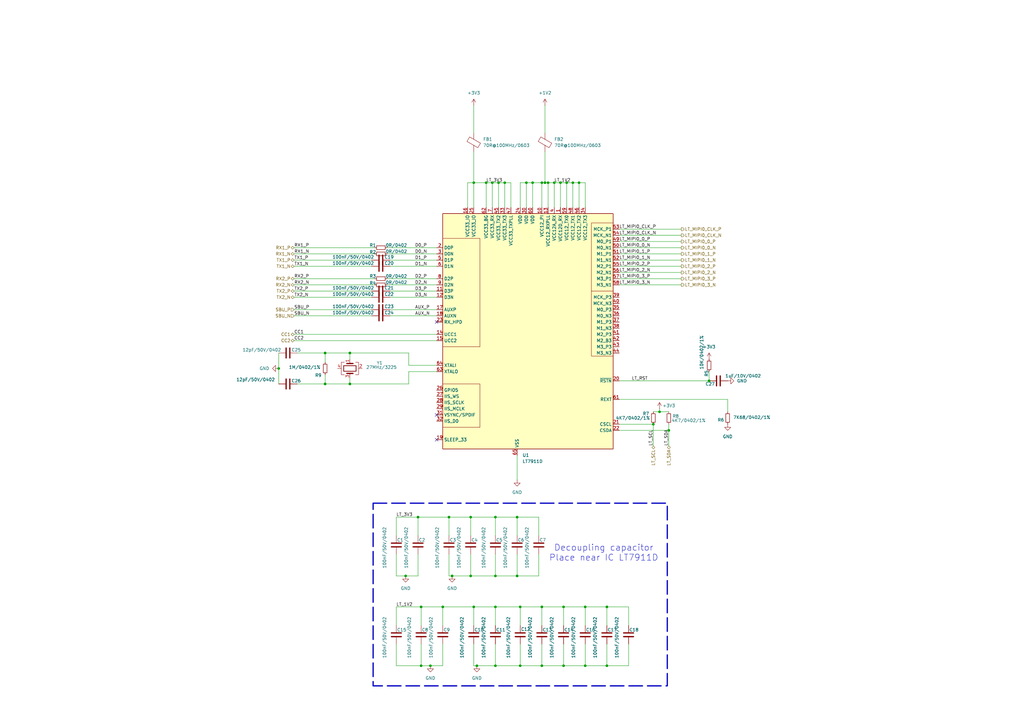
<source format=kicad_sch>
(kicad_sch (version 20231120) (generator "eeschema") (generator_version "8.0")
  (paper "A3")
  (lib_symbols
    (symbol "Device:C" (pin_numbers hide) (pin_names (offset 0.254))
      (property "Reference" "C" (at 0.635 2.54 0))
      (property "Value" "C" (at 0.635 -2.54 0))
      (symbol "C_0_1"
        (polyline (pts (xy -2.032 -0.762) (xy 2.032 -0.762)) (stroke (width 0.508)))
        (polyline (pts (xy -2.032 0.762) (xy 2.032 0.762)) (stroke (width 0.508)))
      )
      (symbol "C_1_1"
        (pin passive line (at 0 3.81 270) (length 2.794) (name "~") (number "1"))
        (pin passive line (at 0 -3.81 90) (length 2.794) (name "~") (number "2"))
      )
    )
    (symbol "Device:Crystal_GND24" (pin_names (offset 1.016) hide)
      (property "Reference" "Y" (at 3.175 5.08 0))
      (property "Value" "Crystal_GND24" (at 3.175 3.175 0))
      (symbol "Crystal_GND24_0_1"
        (rectangle (start -1.143 2.54) (end 1.143 -2.54) (stroke (width 0.3048)))
        (polyline (pts (xy -2.54 0) (xy -2.032 0)))
        (polyline (pts (xy -2.032 -1.27) (xy -2.032 1.27)) (stroke (width 0.508)))
        (polyline (pts (xy 0 -3.81) (xy 0 -3.556)))
        (polyline (pts (xy 0 3.556) (xy 0 3.81)))
        (polyline (pts (xy 2.032 -1.27) (xy 2.032 1.27)) (stroke (width 0.508)))
        (polyline (pts (xy 2.032 0) (xy 2.54 0)))
        (polyline (pts (xy -2.54 -2.286) (xy -2.54 -3.556) (xy 2.54 -3.556) (xy 2.54 -2.286)))
        (polyline (pts (xy -2.54 2.286) (xy -2.54 3.556) (xy 2.54 3.556) (xy 2.54 2.286)))
      )
      (symbol "Crystal_GND24_1_1"
        (pin passive line (at -3.81 0 0) (length 1.27) (name "1") (number "1"))
        (pin passive line (at 0 5.08 270) (length 1.27) (name "2") (number "2"))
        (pin passive line (at 3.81 0 180) (length 1.27) (name "3") (number "3"))
        (pin passive line (at 0 -5.08 90) (length 1.27) (name "4") (number "4"))
      )
    )
    (symbol "Device:FerriteBead" (pin_numbers hide) (pin_names (offset 0))
      (property "Reference" "FB" (at -3.81 0.635 90))
      (property "Value" "FerriteBead" (at 3.81 0 90))
      (symbol "FerriteBead_0_1"
        (polyline (pts (xy 0 -1.27) (xy 0 -1.2192)))
        (polyline (pts (xy 0 1.27) (xy 0 1.2954)))
        (polyline (pts (xy -2.7686 0.4064) (xy -1.7018 2.2606) (xy 2.7686 -0.3048) (xy 1.6764 -2.159) (xy -2.7686 0.4064)))
      )
      (symbol "FerriteBead_1_1"
        (pin passive line (at 0 3.81 270) (length 2.54) (name "~") (number "1"))
        (pin passive line (at 0 -3.81 90) (length 2.54) (name "~") (number "2"))
      )
    )
    (symbol "Device:R_Small" (pin_numbers hide) (pin_names (offset 0.254) hide)
      (property "Reference" "R" (at 0.762 0.508 0))
      (property "Value" "R_Small" (at 0.762 -1.016 0))
      (symbol "R_Small_0_1"
        (rectangle (start -0.762 1.778) (end 0.762 -1.778) (stroke (width 0.2032)))
      )
      (symbol "R_Small_1_1"
        (pin passive line (at 0 2.54 270) (length 0.762) (name "~") (number "1"))
        (pin passive line (at 0 -2.54 90) (length 0.762) (name "~") (number "2"))
      )
    )
    (symbol "USBCtoMIPI:LT7911D"
      (property "Reference" "U" (at -30.48 49.53 0))
      (property "Value" "LT7911D" (at 40.64 50.292 0))
      (symbol "LT7911D_0_1"
        (rectangle (start -30.48 48.26) (end 39.37 -48.26) (stroke (width 0.254)) (fill (type background)))
        (polyline (pts (xy 39.37 16.51) (xy 30.48 16.51)))
        (polyline (pts (xy -30.48 -21.59) (xy -15.24 -21.59) (xy -15.24 -39.37) (xy -30.48 -39.37)))
        (polyline (pts (xy -30.48 38.1) (xy -15.24 38.1) (xy -15.24 -6.35) (xy -30.48 -6.35)))
        (polyline (pts (xy 39.37 44.45) (xy 30.48 44.45) (xy 30.48 -8.89) (xy 30.48 -10.16) (xy 39.37 -10.16)))
      )
      (symbol "LT7911D_1_1"
        (pin power_in line (at 17.78 50.8 270) (length 2.54) (name "VCC12D_RX") (number "1"))
        (pin power_in line (at 10.16 50.8 270) (length 2.54) (name "VCC12_PI") (number "10"))
        (pin input line (at -33.02 16.51 0) (length 2.54) (name "D3P") (number "11"))
        (pin input line (at -33.02 13.97 0) (length 2.54) (name "D3N") (number "12"))
        (pin power_in line (at 12.7 50.8 270) (length 2.54) (name "VCC12_RXPLL") (number "13"))
        (pin bidirectional line (at -33.02 -1.27 0) (length 2.54) (name "UCC1") (number "14"))
        (pin bidirectional line (at -33.02 -3.81 0) (length 2.54) (name "UCC2") (number "15"))
        (pin power_in line (at -20.32 50.8 270) (length 2.54) (name "VCC33_IO") (number "16"))
        (pin bidirectional line (at -33.02 8.89 0) (length 2.54) (name "AUXP") (number "17"))
        (pin input line (at -33.02 6.35 0) (length 2.54) (name "AUXN") (number "18"))
        (pin input line (at -33.02 -44.45 0) (length 2.54) (name "SLEEP_33") (number "19"))
        (pin input line (at -33.02 34.29 0) (length 2.54) (name "D0P") (number "2"))
        (pin input line (at 41.91 -20.32 180) (length 2.54) (name "~{RSTN}") (number "20"))
        (pin input line (at 41.91 -38.1 180) (length 2.54) (name "CSCL") (number "21"))
        (pin bidirectional line (at 41.91 -40.64 180) (length 2.54) (name "CSDA") (number "22"))
        (pin input line (at -33.02 3.81 0) (length 2.54) (name "RX_HPD") (number "23"))
        (pin power_in line (at 1.27 50.8 270) (length 2.54) (name "VDD") (number "24"))
        (pin power_in line (at -17.78 50.8 270) (length 2.54) (name "VCC33_IO") (number "25"))
        (pin output line (at -33.02 -24.13 0) (length 2.54) (name "GPIO5") (number "26"))
        (pin output line (at -33.02 -26.67 0) (length 2.54) (name "IIS_WS") (number "27"))
        (pin output line (at -33.02 -29.21 0) (length 2.54) (name "IIS_SCLK") (number "28"))
        (pin output line (at -33.02 -31.75 0) (length 2.54) (name "IIS_MCLK") (number "29"))
        (pin input line (at -33.02 31.75 0) (length 2.54) (name "D0N") (number "3"))
        (pin power_in line (at 3.81 50.8 270) (length 2.54) (name "VDD") (number "30"))
        (pin output line (at -33.02 -34.29 0) (length 2.54) (name "VSYNC/SPDIF") (number "31"))
        (pin output line (at -33.02 -36.83 0) (length 2.54) (name "IIS_D0") (number "32"))
        (pin power_in line (at -5.08 50.8 270) (length 2.54) (name "VCC33_TX3") (number "33"))
        (pin power_in line (at 27.94 50.8 270) (length 2.54) (name "VCC12_TX3") (number "34"))
        (pin output line (at 41.91 8.89 180) (length 2.54) (name "M0_P3") (number "35"))
        (pin output line (at 41.91 6.35 180) (length 2.54) (name "M0_N3") (number "36"))
        (pin output line (at 41.91 3.81 180) (length 2.54) (name "M1_P3") (number "37"))
        (pin output line (at 41.91 1.27 180) (length 2.54) (name "M1_N3") (number "38"))
        (pin output line (at 41.91 13.97 180) (length 2.54) (name "MCK_P3") (number "39"))
        (pin power_in line (at 15.24 50.8 270) (length 2.54) (name "VCC12A_RX") (number "4"))
        (pin output line (at 41.91 11.43 180) (length 2.54) (name "MCK_N3") (number "40"))
        (pin output line (at 41.91 -1.27 180) (length 2.54) (name "M2_P3") (number "41"))
        (pin output line (at 41.91 -3.81 180) (length 2.54) (name "M2_B3") (number "42"))
        (pin output line (at 41.91 -6.35 180) (length 2.54) (name "M3_P3") (number "43"))
        (pin output line (at 41.91 -8.89 180) (length 2.54) (name "M3_N3") (number "44"))
        (pin power_in line (at -7.62 50.8 270) (length 2.54) (name "VCC33_TX2") (number "45"))
        (pin power_in line (at 25.4 50.8 270) (length 2.54) (name "VCC12_TX2") (number "46"))
        (pin power_in line (at -2.54 50.8 270) (length 2.54) (name "VCC33_TXPLL") (number "47"))
        (pin power_in line (at 22.86 50.8 270) (length 2.54) (name "VCC12_TX1") (number "48"))
        (pin output line (at 41.91 36.83 180) (length 2.54) (name "M0_P1") (number "49"))
        (pin input line (at -33.02 29.21 0) (length 2.54) (name "D1P") (number "5"))
        (pin output line (at 41.91 34.29 180) (length 2.54) (name "M0_N1") (number "50"))
        (pin output line (at 41.91 31.75 180) (length 2.54) (name "M1_P1") (number "51"))
        (pin output line (at 41.91 29.21 180) (length 2.54) (name "M1_N1") (number "52"))
        (pin output line (at 41.91 41.91 180) (length 2.54) (name "MCK_P1") (number "53"))
        (pin output line (at 41.91 39.37 180) (length 2.54) (name "MCK_N1") (number "54"))
        (pin output line (at 41.91 26.67 180) (length 2.54) (name "M2_P1") (number "55"))
        (pin output line (at 41.91 24.13 180) (length 2.54) (name "M2_N1") (number "56"))
        (pin output line (at 41.91 21.59 180) (length 2.54) (name "M3_P1") (number "57"))
        (pin output line (at 41.91 19.05 180) (length 2.54) (name "M3_N1") (number "58"))
        (pin power_in line (at 20.32 50.8 270) (length 2.54) (name "VCC12_TX0") (number "59"))
        (pin input line (at -33.02 26.67 0) (length 2.54) (name "D1N") (number "6"))
        (pin power_in line (at 6.35 50.8 270) (length 2.54) (name "VDD") (number "60"))
        (pin output line (at 41.91 -27.94 180) (length 2.54) (name "REXT") (number "61"))
        (pin power_in line (at -12.7 50.8 270) (length 2.54) (name "VCC33_BG") (number "62"))
        (pin input line (at -33.02 -16.51 0) (length 2.54) (name "XTALO") (number "63"))
        (pin input line (at -33.02 -13.97 0) (length 2.54) (name "XTALI") (number "64"))
        (pin power_in line (at 0 -50.8 90) (length 2.54) (name "VSS") (number "65"))
        (pin power_in line (at -10.16 50.8 270) (length 2.54) (name "VCC33_RX") (number "7"))
        (pin input line (at -33.02 21.59 0) (length 2.54) (name "D2P") (number "8"))
        (pin input line (at -33.02 19.05 0) (length 2.54) (name "D2N") (number "9"))
      )
    )
    (symbol "power:+1V2" (power) (pin_numbers hide) (pin_names (offset 0) hide)
      (property "Value" "+1V2" (at 0 3.556 0))
      (symbol "+1V2_0_1"
        (polyline (pts (xy -0.762 1.27) (xy 0 2.54)))
        (polyline (pts (xy 0 0) (xy 0 2.54)))
        (polyline (pts (xy 0 2.54) (xy 0.762 1.27)))
      )
      (symbol "+1V2_1_1"
        (pin power_in line (at 0 0 90) (length 0) (name "~") (number "1"))
      )
    )
    (symbol "power:+3V3" (power) (pin_numbers hide) (pin_names (offset 0) hide)
      (property "Value" "+3V3" (at 0 3.556 0))
      (symbol "+3V3_0_1"
        (polyline (pts (xy -0.762 1.27) (xy 0 2.54)))
        (polyline (pts (xy 0 0) (xy 0 2.54)))
        (polyline (pts (xy 0 2.54) (xy 0.762 1.27)))
      )
      (symbol "+3V3_1_1"
        (pin power_in line (at 0 0 90) (length 0) (name "~") (number "1"))
      )
    )
    (symbol "power:GND" (power) (pin_numbers hide) (pin_names (offset 0) hide)
      (property "Value" "GND" (at 0 -3.81 0))
      (symbol "GND_0_1"
        (polyline (pts (xy 0 0) (xy 0 -1.27) (xy 1.27 -1.27) (xy 0 -2.54) (xy -1.27 -1.27) (xy 0 -1.27)))
      )
      (symbol "GND_1_1"
        (pin power_in line (at 0 0 270) (length 0) (name "~") (number "1"))
      )
    )
  )
  (junction (at 270.51 168.91))
  (junction (at 232.41 74.93))
  (junction (at 218.44 74.93))
  (junction (at 207.01 74.93))
  (junction (at 240.03 248.92))
  (junction (at 143.51 144.78))
  (junction (at 181.61 248.92))
  (junction (at 204.47 74.93))
  (junction (at 290.83 156.21))
  (junction (at 193.04 236.22))
  (junction (at 237.49 74.93))
  (junction (at 231.14 248.92))
  (junction (at 203.2 236.22))
  (junction (at 185.42 236.22))
  (junction (at 184.15 212.09))
  (junction (at 166.37 236.22))
  (junction (at 143.51 157.48))
  (junction (at 114.3 151.13))
  (junction (at 222.25 273.05))
  (junction (at 171.45 212.09))
  (junction (at 229.87 74.93))
  (junction (at 215.9 74.93))
  (junction (at 248.92 248.92))
  (junction (at 213.36 248.92))
  (junction (at 224.79 74.93))
  (junction (at 203.2 273.05))
  (junction (at 234.95 74.93))
  (junction (at 176.53 273.05))
  (junction (at 240.03 273.05))
  (junction (at 194.31 248.92))
  (junction (at 248.92 273.05))
  (junction (at 213.36 273.05))
  (junction (at 193.04 212.09))
  (junction (at 172.72 248.92))
  (junction (at 223.52 74.93))
  (junction (at 231.14 273.05))
  (junction (at 172.72 273.05))
  (junction (at 194.31 74.93))
  (junction (at 267.97 173.99))
  (junction (at 195.58 273.05))
  (junction (at 133.35 157.48))
  (junction (at 203.2 248.92))
  (junction (at 201.93 74.93))
  (junction (at 199.39 74.93))
  (junction (at 212.09 236.22))
  (junction (at 222.25 74.93))
  (junction (at 227.33 74.93))
  (junction (at 274.32 176.53))
  (junction (at 133.35 144.78))
  (junction (at 222.25 248.92))
  (junction (at 203.2 212.09))
  (junction (at 212.09 212.09))
  (no_connect (at 179.07 180.34))
  (no_connect (at 179.07 170.18))
  (no_connect (at 179.07 132.08))
  (wire (pts (xy 191.77 74.93) (xy 191.77 85.09)))
  (wire (pts (xy 222.25 273.05) (xy 231.14 273.05)))
  (wire (pts (xy 254 173.99) (xy 267.97 173.99)))
  (wire (pts (xy 194.31 74.93) (xy 191.77 74.93)))
  (wire (pts (xy 209.55 74.93) (xy 207.01 74.93)))
  (wire (pts (xy 162.56 219.71) (xy 162.56 212.09)))
  (wire (pts (xy 212.09 227.33) (xy 212.09 236.22)))
  (wire (pts (xy 203.2 248.92) (xy 203.2 256.54)))
  (wire (pts (xy 160.02 129.54) (xy 179.07 129.54)))
  (wire (pts (xy 204.47 74.93) (xy 201.93 74.93)))
  (wire (pts (xy 120.65 137.16) (xy 179.07 137.16)))
  (wire (pts (xy 120.65 127) (xy 152.4 127)))
  (wire (pts (xy 257.81 273.05) (xy 257.81 264.16)))
  (wire (pts (xy 203.2 219.71) (xy 203.2 212.09)))
  (wire (pts (xy 203.2 212.09) (xy 212.09 212.09)))
  (wire (pts (xy 158.75 101.6) (xy 179.07 101.6)))
  (wire (pts (xy 121.92 157.48) (xy 133.35 157.48)))
  (wire (pts (xy 254 114.3) (xy 279.4 114.3)))
  (wire (pts (xy 240.03 273.05) (xy 248.92 273.05)))
  (wire (pts (xy 254 111.76) (xy 279.4 111.76)))
  (wire (pts (xy 254 99.06) (xy 279.4 99.06)))
  (wire (pts (xy 194.31 74.93) (xy 194.31 85.09)))
  (wire (pts (xy 120.65 109.22) (xy 152.4 109.22)))
  (wire (pts (xy 248.92 264.16) (xy 248.92 273.05)))
  (wire (pts (xy 181.61 248.92) (xy 194.31 248.92)))
  (wire (pts (xy 254 163.83) (xy 298.45 163.83)))
  (wire (pts (xy 227.33 85.09) (xy 227.33 74.93)))
  (wire (pts (xy 254 156.21) (xy 290.83 156.21)))
  (wire (pts (xy 160.02 119.38) (xy 179.07 119.38)))
  (wire (pts (xy 234.95 74.93) (xy 237.49 74.93)))
  (wire (pts (xy 203.2 248.92) (xy 213.36 248.92)))
  (wire (pts (xy 194.31 256.54) (xy 194.31 248.92)))
  (wire (pts (xy 162.56 248.92) (xy 172.72 248.92)))
  (wire (pts (xy 120.65 104.14) (xy 153.67 104.14)))
  (wire (pts (xy 120.65 101.6) (xy 153.67 101.6)))
  (wire (pts (xy 193.04 236.22) (xy 203.2 236.22)))
  (wire (pts (xy 232.41 85.09) (xy 232.41 74.93)))
  (wire (pts (xy 162.56 256.54) (xy 162.56 248.92)))
  (wire (pts (xy 166.37 236.22) (xy 171.45 236.22)))
  (wire (pts (xy 229.87 74.93) (xy 232.41 74.93)))
  (wire (pts (xy 193.04 227.33) (xy 193.04 236.22)))
  (wire (pts (xy 120.65 114.3) (xy 153.67 114.3)))
  (wire (pts (xy 223.52 62.23) (xy 223.52 74.93)))
  (wire (pts (xy 223.52 43.18) (xy 223.52 54.61)))
  (wire (pts (xy 232.41 74.93) (xy 234.95 74.93)))
  (wire (pts (xy 194.31 43.18) (xy 194.31 54.61)))
  (wire (pts (xy 184.15 219.71) (xy 184.15 212.09)))
  (wire (pts (xy 212.09 186.69) (xy 212.09 196.85)))
  (wire (pts (xy 254 96.52) (xy 279.4 96.52)))
  (wire (pts (xy 162.56 212.09) (xy 171.45 212.09)))
  (wire (pts (xy 203.2 264.16) (xy 203.2 273.05)))
  (wire (pts (xy 167.64 157.48) (xy 143.51 157.48)))
  (wire (pts (xy 203.2 227.33) (xy 203.2 236.22)))
  (wire (pts (xy 270.51 167.64) (xy 270.51 168.91)))
  (wire (pts (xy 215.9 74.93) (xy 218.44 74.93)))
  (wire (pts (xy 254 101.6) (xy 279.4 101.6)))
  (wire (pts (xy 162.56 227.33) (xy 162.56 236.22)))
  (wire (pts (xy 160.02 127) (xy 179.07 127)))
  (wire (pts (xy 213.36 85.09) (xy 213.36 74.93)))
  (wire (pts (xy 114.3 151.13) (xy 114.3 157.48)))
  (wire (pts (xy 290.83 152.4) (xy 290.83 156.21)))
  (wire (pts (xy 160.02 109.22) (xy 179.07 109.22)))
  (wire (pts (xy 254 93.98) (xy 279.4 93.98)))
  (wire (pts (xy 254 109.22) (xy 279.4 109.22)))
  (wire (pts (xy 167.64 144.78) (xy 167.64 149.86)))
  (wire (pts (xy 231.14 248.92) (xy 240.03 248.92)))
  (wire (pts (xy 231.14 273.05) (xy 231.14 264.16)))
  (wire (pts (xy 229.87 85.09) (xy 229.87 74.93)))
  (wire (pts (xy 224.79 74.93) (xy 227.33 74.93)))
  (wire (pts (xy 167.64 152.4) (xy 167.64 157.48)))
  (wire (pts (xy 160.02 106.68) (xy 179.07 106.68)))
  (wire (pts (xy 223.52 74.93) (xy 224.79 74.93)))
  (wire (pts (xy 194.31 273.05) (xy 195.58 273.05)))
  (wire (pts (xy 212.09 236.22) (xy 220.98 236.22)))
  (wire (pts (xy 167.64 149.86) (xy 179.07 149.86)))
  (wire (pts (xy 172.72 273.05) (xy 176.53 273.05)))
  (wire (pts (xy 162.56 236.22) (xy 166.37 236.22)))
  (wire (pts (xy 201.93 85.09) (xy 201.93 74.93)))
  (wire (pts (xy 240.03 264.16) (xy 240.03 273.05)))
  (wire (pts (xy 207.01 85.09) (xy 207.01 74.93)))
  (wire (pts (xy 185.42 236.22) (xy 193.04 236.22)))
  (wire (pts (xy 274.32 173.99) (xy 274.32 176.53)))
  (wire (pts (xy 204.47 85.09) (xy 204.47 74.93)))
  (wire (pts (xy 220.98 212.09) (xy 220.98 219.71)))
  (wire (pts (xy 172.72 264.16) (xy 172.72 273.05)))
  (wire (pts (xy 120.65 139.7) (xy 179.07 139.7)))
  (wire (pts (xy 222.25 248.92) (xy 231.14 248.92)))
  (wire (pts (xy 120.65 121.92) (xy 152.4 121.92)))
  (wire (pts (xy 193.04 212.09) (xy 193.04 219.71)))
  (wire (pts (xy 181.61 248.92) (xy 181.61 256.54)))
  (wire (pts (xy 274.32 176.53) (xy 274.32 182.88)))
  (wire (pts (xy 194.31 264.16) (xy 194.31 273.05)))
  (wire (pts (xy 181.61 264.16) (xy 181.61 273.05)))
  (wire (pts (xy 143.51 144.78) (xy 167.64 144.78)))
  (wire (pts (xy 120.65 106.68) (xy 152.4 106.68)))
  (wire (pts (xy 194.31 62.23) (xy 194.31 74.93)))
  (wire (pts (xy 199.39 85.09) (xy 199.39 74.93)))
  (wire (pts (xy 158.75 114.3) (xy 179.07 114.3)))
  (wire (pts (xy 248.92 248.92) (xy 248.92 256.54)))
  (wire (pts (xy 227.33 74.93) (xy 229.87 74.93)))
  (wire (pts (xy 298.45 163.83) (xy 298.45 168.91)))
  (wire (pts (xy 270.51 168.91) (xy 274.32 168.91)))
  (wire (pts (xy 234.95 85.09) (xy 234.95 74.93)))
  (wire (pts (xy 222.25 248.92) (xy 222.25 256.54)))
  (wire (pts (xy 237.49 74.93) (xy 240.03 74.93)))
  (wire (pts (xy 222.25 264.16) (xy 222.25 273.05)))
  (wire (pts (xy 220.98 236.22) (xy 220.98 227.33)))
  (wire (pts (xy 162.56 264.16) (xy 162.56 273.05)))
  (wire (pts (xy 213.36 74.93) (xy 215.9 74.93)))
  (wire (pts (xy 171.45 212.09) (xy 184.15 212.09)))
  (wire (pts (xy 199.39 74.93) (xy 194.31 74.93)))
  (wire (pts (xy 172.72 256.54) (xy 172.72 248.92)))
  (wire (pts (xy 176.53 273.05) (xy 181.61 273.05)))
  (wire (pts (xy 213.36 273.05) (xy 222.25 273.05)))
  (wire (pts (xy 172.72 248.92) (xy 181.61 248.92)))
  (wire (pts (xy 158.75 104.14) (xy 179.07 104.14)))
  (wire (pts (xy 184.15 236.22) (xy 185.42 236.22)))
  (wire (pts (xy 257.81 248.92) (xy 257.81 256.54)))
  (wire (pts (xy 218.44 85.09) (xy 218.44 74.93)))
  (wire (pts (xy 120.65 129.54) (xy 152.4 129.54)))
  (wire (pts (xy 120.65 119.38) (xy 152.4 119.38)))
  (wire (pts (xy 267.97 168.91) (xy 270.51 168.91)))
  (wire (pts (xy 133.35 157.48) (xy 143.51 157.48)))
  (wire (pts (xy 171.45 227.33) (xy 171.45 236.22)))
  (wire (pts (xy 201.93 74.93) (xy 199.39 74.93)))
  (wire (pts (xy 237.49 85.09) (xy 237.49 74.93)))
  (wire (pts (xy 209.55 85.09) (xy 209.55 74.93)))
  (wire (pts (xy 207.01 74.93) (xy 204.47 74.93)))
  (wire (pts (xy 114.3 144.78) (xy 114.3 151.13)))
  (wire (pts (xy 143.51 144.78) (xy 143.51 147.32)))
  (wire (pts (xy 254 106.68) (xy 279.4 106.68)))
  (wire (pts (xy 218.44 74.93) (xy 222.25 74.93)))
  (wire (pts (xy 203.2 273.05) (xy 213.36 273.05)))
  (wire (pts (xy 240.03 248.92) (xy 248.92 248.92)))
  (wire (pts (xy 215.9 85.09) (xy 215.9 74.93)))
  (wire (pts (xy 254 116.84) (xy 279.4 116.84)))
  (wire (pts (xy 212.09 212.09) (xy 220.98 212.09)))
  (wire (pts (xy 133.35 144.78) (xy 143.51 144.78)))
  (wire (pts (xy 213.36 256.54) (xy 213.36 248.92)))
  (wire (pts (xy 203.2 236.22) (xy 212.09 236.22)))
  (wire (pts (xy 160.02 121.92) (xy 179.07 121.92)))
  (wire (pts (xy 240.03 74.93) (xy 240.03 85.09)))
  (wire (pts (xy 222.25 74.93) (xy 223.52 74.93)))
  (wire (pts (xy 212.09 212.09) (xy 212.09 219.71)))
  (wire (pts (xy 231.14 248.92) (xy 231.14 256.54)))
  (wire (pts (xy 224.79 85.09) (xy 224.79 74.93)))
  (wire (pts (xy 195.58 273.05) (xy 203.2 273.05)))
  (wire (pts (xy 179.07 152.4) (xy 167.64 152.4)))
  (wire (pts (xy 254 176.53) (xy 274.32 176.53)))
  (wire (pts (xy 133.35 153.67) (xy 133.35 157.48)))
  (wire (pts (xy 213.36 264.16) (xy 213.36 273.05)))
  (wire (pts (xy 248.92 248.92) (xy 257.81 248.92)))
  (wire (pts (xy 267.97 173.99) (xy 267.97 182.88)))
  (wire (pts (xy 143.51 157.48) (xy 143.51 154.94)))
  (wire (pts (xy 248.92 273.05) (xy 257.81 273.05)))
  (wire (pts (xy 194.31 248.92) (xy 203.2 248.92)))
  (wire (pts (xy 171.45 212.09) (xy 171.45 219.71)))
  (wire (pts (xy 120.65 116.84) (xy 153.67 116.84)))
  (wire (pts (xy 184.15 212.09) (xy 193.04 212.09)))
  (wire (pts (xy 240.03 256.54) (xy 240.03 248.92)))
  (wire (pts (xy 231.14 273.05) (xy 240.03 273.05)))
  (wire (pts (xy 158.75 116.84) (xy 179.07 116.84)))
  (wire (pts (xy 213.36 248.92) (xy 222.25 248.92)))
  (wire (pts (xy 133.35 144.78) (xy 133.35 148.59)))
  (wire (pts (xy 193.04 212.09) (xy 203.2 212.09)))
  (wire (pts (xy 254 104.14) (xy 279.4 104.14)))
  (wire (pts (xy 121.92 144.78) (xy 133.35 144.78)))
  (wire (pts (xy 184.15 227.33) (xy 184.15 236.22)))
  (wire (pts (xy 222.25 85.09) (xy 222.25 74.93)))
  (wire (pts (xy 172.72 273.05) (xy 162.56 273.05)))
  (rectangle (start 153.035 206.375) (end 273.685 281.305) (stroke (width 0.508) (type dash)))
  (text "Decoupling capacitor\nPlace near IC LT7911D\n" (at 247.65 226.822 0) (effects (font (size 2.54 2.54))))
  (label "LT_MIPI0_1_N" (at 254 106.68 0))
  (label "D0_N" (at 170.18 104.14 0))
  (label "LT_MIPI0_1_P" (at 254 104.14 0))
  (label "LT_MIPI0_CLK_N" (at 254 96.52 0))
  (label "LT_MIPI0_0_N" (at 254 101.6 0))
  (label "LT_MIPI0_3_P" (at 254 114.3 0))
  (label "LT_SDA" (at 274.32 182.88 90))
  (label "D1_N" (at 170.18 109.22 0))
  (label "SBU_N" (at 120.65 129.54 0))
  (label "TX2_P" (at 120.65 119.38 0))
  (label "LT_SCL" (at 267.97 182.88 90))
  (label "D0_P" (at 170.18 101.6 0))
  (label "AUX_N" (at 170.18 129.54 0))
  (label "TX1_P" (at 120.65 106.68 0))
  (label "D2_P" (at 170.18 114.3 0))
  (label "LT_MIPI0_3_N" (at 254 116.84 0))
  (label "D2_N" (at 170.18 116.84 0))
  (label "LT_MIPI0_2_N" (at 254 111.76 0))
  (label "LT_1V2" (at 162.56 248.92 0))
  (label "TX2_N" (at 120.65 121.92 0))
  (label "LT_MIPI0_2_P" (at 254 109.22 0))
  (label "D3_P" (at 170.18 119.38 0))
  (label "TX1_N" (at 120.65 109.22 0))
  (label "RX1_N" (at 120.65 104.14 0))
  (label "LT_1V2" (at 227.33 74.93 0))
  (label "LT_3V3" (at 199.39 74.93 0))
  (label "LT_RST" (at 259.08 156.21 0))
  (label "D3_N" (at 170.18 121.92 0))
  (label "RX2_N" (at 120.65 116.84 0))
  (label "SBU_P" (at 120.65 127 0))
  (label "RX1_P" (at 120.65 101.6 0))
  (label "LT_3V3" (at 162.56 212.09 0))
  (label "LT_MIPI0_0_P" (at 254 99.06 0))
  (label "RX2_P" (at 120.65 114.3 0))
  (label "CC1" (at 120.65 137.16 0))
  (label "D1_P" (at 170.18 106.68 0))
  (label "CC2" (at 120.65 139.7 0))
  (label "AUX_P" (at 170.18 127 0))
  (label "LT_MIPI0_CLK_P" (at 254 93.98 0))
  (hierarchical_label "CC2" (shape bidirectional) (at 120.65 139.7 180))
  (hierarchical_label "RX1_N" (shape bidirectional) (at 120.65 104.14 180))
  (hierarchical_label "LT_MIPI0_1_P" (shape output) (at 279.4 104.14 0))
  (hierarchical_label "LT_MIPI0_CLK_P" (shape output) (at 279.4 93.98 0))
  (hierarchical_label "LT_MIPI0_1_N" (shape output) (at 279.4 106.68 0))
  (hierarchical_label "LT_MIPI0_2_P" (shape output) (at 279.4 109.22 0))
  (hierarchical_label "SBU_N" (shape input) (at 120.65 129.54 180))
  (hierarchical_label "TX1_N" (shape bidirectional) (at 120.65 109.22 180))
  (hierarchical_label "RX1_P" (shape bidirectional) (at 120.65 101.6 180))
  (hierarchical_label "LT_SCL" (shape bidirectional) (at 267.97 182.88 270))
  (hierarchical_label "LT_MIPI0_3_P" (shape output) (at 279.4 114.3 0))
  (hierarchical_label "LT_SDA" (shape bidirectional) (at 274.32 182.88 270))
  (hierarchical_label "LT_MIPI0_0_N" (shape output) (at 279.4 101.6 0))
  (hierarchical_label "LT_MIPI0_0_P" (shape output) (at 279.4 99.06 0))
  (hierarchical_label "LT_MIPI0_3_N" (shape output) (at 279.4 116.84 0))
  (hierarchical_label "LT_MIPI0_2_N" (shape output) (at 279.4 111.76 0))
  (hierarchical_label "TX1_P" (shape bidirectional) (at 120.65 106.68 180))
  (hierarchical_label "LT_MIPI0_CLK_N" (shape output) (at 279.4 96.52 0))
  (hierarchical_label "RX2_P" (shape bidirectional) (at 120.65 114.3 180))
  (hierarchical_label "TX2_N" (shape bidirectional) (at 120.65 121.92 180))
  (hierarchical_label "SBU_P" (shape input) (at 120.65 127 180))
  (hierarchical_label "RX2_N" (shape bidirectional) (at 120.65 116.84 180))
  (hierarchical_label "CC1" (shape bidirectional) (at 120.65 137.16 180))
  (hierarchical_label "TX2_P" (shape bidirectional) (at 120.65 119.38 180))
  (symbol (lib_id "Device:R_Small") (at 267.97 171.45 0) (unit 1)
    (property "Reference" "R7" (at 264.922 169.672 0))
    (property "Value" "4K7/0402/1%" (at 259.588 171.45 0))
    (property "Footprint" "Resistor_SMD:R_0402_1005Metric" (effects (hide yes)))
    (property "Description" "Resistor, small symbol" (effects (hide yes)))
    (property "JLCPCB" "C25900" (effects (hide yes)))
  )
  (symbol (lib_id "Device:C") (at 162.56 260.35 0) (unit 1)
    (property "Reference" "C15" (at 162.814 258.318 0) (effects (justify left)))
    (property "Value" "100nF/50V/0402" (at 157.734 270.002 90) (effects (justify left)))
    (property "Footprint" "Capacitor_SMD:C_0402_1005Metric" (effects (hide yes)))
    (property "Description" "Unpolarized capacitor" (effects (hide yes)))
    (property "JLCPCB" "C77020" (effects (hide yes)))
  )
  (symbol (lib_id "Device:C") (at 231.14 260.35 0) (unit 1)
    (property "Reference" "C14" (at 231.394 258.318 0) (effects (justify left)))
    (property "Value" "100nF/50V/0402" (at 226.314 270.002 90) (effects (justify left)))
    (property "Footprint" "Capacitor_SMD:C_0402_1005Metric" (effects (hide yes)))
    (property "Description" "Unpolarized capacitor" (effects (hide yes)))
    (property "JLCPCB" "C77020" (effects (hide yes)))
  )
  (symbol (lib_id "Device:C") (at 156.21 106.68 90) (unit 1)
    (property "Reference" "C19" (at 161.544 105.41 90) (effects (justify left)))
    (property "Value" "100nF/50V/0402" (at 153.416 105.41 90) (effects (justify left)))
    (property "Footprint" "Capacitor_SMD:C_0402_1005Metric" (effects (hide yes)))
    (property "Description" "Unpolarized capacitor" (effects (hide yes)))
    (property "JLCPCB" "C77020" (effects (hide yes)))
  )
  (symbol (lib_id "Device:C") (at 203.2 260.35 0) (unit 1)
    (property "Reference" "C11" (at 203.454 258.318 0) (effects (justify left)))
    (property "Value" "100nF/50V/0402" (at 198.374 270.002 90) (effects (justify left)))
    (property "Footprint" "Capacitor_SMD:C_0402_1005Metric" (effects (hide yes)))
    (property "Description" "Unpolarized capacitor" (effects (hide yes)))
    (property "JLCPCB" "C77020" (effects (hide yes)))
  )
  (symbol (lib_id "power:+1V2") (at 223.52 43.18 0) (unit 1)
    (property "Reference" "#PWR02" (effects (hide yes)))
    (property "Value" "+1V2" (at 223.52 38.1 0))
    (property "Description" "Power symbol creates a global label with name \"+1V2\"" (effects (hide yes)))
  )
  (symbol (lib_id "Device:C") (at 212.09 223.52 0) (unit 1)
    (property "Reference" "C6" (at 212.344 221.488 0) (effects (justify left)))
    (property "Value" "100nF/50V/0402" (at 207.264 233.172 90) (effects (justify left)))
    (property "Footprint" "Capacitor_SMD:C_0402_1005Metric" (effects (hide yes)))
    (property "Description" "Unpolarized capacitor" (effects (hide yes)))
    (property "JLCPCB" "C77020" (effects (hide yes)))
  )
  (symbol (lib_id "Device:C") (at 257.81 260.35 0) (unit 1)
    (property "Reference" "C18" (at 258.064 258.318 0) (effects (justify left)))
    (property "Value" "100nF/50V/0402" (at 252.984 270.002 90) (effects (justify left)))
    (property "Footprint" "Capacitor_SMD:C_0402_1005Metric" (effects (hide yes)))
    (property "Description" "Unpolarized capacitor" (effects (hide yes)))
    (property "JLCPCB" "C77020" (effects (hide yes)))
  )
  (symbol (lib_id "power:GND") (at 298.45 173.99 0) (unit 1)
    (property "Reference" "#PWR011" (effects (hide yes)))
    (property "Value" "GND" (at 298.45 179.07 0))
    (property "Description" "Power symbol creates a global label with name \"GND\" , ground" (effects (hide yes)))
  )
  (symbol (lib_id "Device:C") (at 156.21 127 90) (unit 1)
    (property "Reference" "C23" (at 161.544 125.73 90) (effects (justify left)))
    (property "Value" "100nF/50V/0402" (at 153.416 125.73 90) (effects (justify left)))
    (property "Footprint" "Capacitor_SMD:C_0402_1005Metric" (effects (hide yes)))
    (property "Description" "Unpolarized capacitor" (effects (hide yes)))
    (property "JLCPCB" "C77020" (effects (hide yes)))
  )
  (symbol (lib_id "Device:R_Small") (at 156.21 116.84 90) (unit 1)
    (property "Reference" "R4" (at 152.908 116.078 90))
    (property "Value" "0R/0402" (at 162.56 115.824 90))
    (property "Footprint" "Resistor_SMD:R_0402_1005Metric" (effects (hide yes)))
    (property "Description" "Resistor, small symbol" (effects (hide yes)))
    (property "JLCPCB" "C17168" (effects (hide yes)))
  )
  (symbol (lib_id "power:GND") (at 166.37 236.22 0) (unit 1)
    (property "Reference" "#PWR04" (effects (hide yes)))
    (property "Value" "GND" (at 166.37 241.3 0))
    (property "Description" "Power symbol creates a global label with name \"GND\" , ground" (effects (hide yes)))
  )
  (symbol (lib_id "Device:R_Small") (at 290.83 149.86 180) (unit 1)
    (property "Reference" "R5" (at 289.814 153.162 90))
    (property "Value" "10K/0402/1%" (at 287.782 144.526 90))
    (property "Footprint" "Resistor_SMD:R_0402_1005Metric" (effects (hide yes)))
    (property "Description" "Resistor, small symbol" (effects (hide yes)))
    (property "JLCPCB" "C25744" (effects (hide yes)))
  )
  (symbol (lib_id "USBCtoMIPI:LT7911D") (at 212.09 135.89 0) (unit 1)
    (property "Reference" "U1" (at 214.2841 186.69 0) (effects (justify left)))
    (property "Value" "LT7911D" (at 214.2841 189.23 0) (effects (justify left)))
    (property "Footprint" "Package_DFN_QFN:QFN-64-1EP_8x8mm_P0.4mm_EP6.5x6.5mm" (effects (hide yes)))
    (property "Description" "Type-C to Dual-port MIPI DSI/CSI with Audio" (effects (hide yes)))
  )
  (symbol (lib_id "power:GND") (at 176.53 273.05 0) (unit 1)
    (property "Reference" "#PWR06" (effects (hide yes)))
    (property "Value" "GND" (at 176.53 278.13 0))
    (property "Description" "Power symbol creates a global label with name \"GND\" , ground" (effects (hide yes)))
  )
  (symbol (lib_id "power:GND") (at 114.3 151.13 270) (unit 1)
    (property "Reference" "#PWR08" (effects (hide yes)))
    (property "Value" "GND" (at 110.49 151.1299 90) (effects (justify right)))
    (property "Description" "Power symbol creates a global label with name \"GND\" , ground" (effects (hide yes)))
  )
  (symbol (lib_id "Device:R_Small") (at 274.32 171.45 0) (unit 1)
    (property "Reference" "R8" (at 277.114 170.688 0))
    (property "Value" "4K7/0402/1%" (at 282.448 172.466 0))
    (property "Footprint" "Resistor_SMD:R_0402_1005Metric" (effects (hide yes)))
    (property "Description" "Resistor, small symbol" (effects (hide yes)))
    (property "JLCPCB" "C25900" (effects (hide yes)))
  )
  (symbol (lib_id "Device:C") (at 171.45 223.52 0) (unit 1)
    (property "Reference" "C2" (at 171.704 221.488 0) (effects (justify left)))
    (property "Value" "100nF/50V/0402" (at 166.624 233.172 90) (effects (justify left)))
    (property "Footprint" "Capacitor_SMD:C_0402_1005Metric" (effects (hide yes)))
    (property "Description" "Unpolarized capacitor" (effects (hide yes)))
    (property "JLCPCB" "C77020" (effects (hide yes)))
  )
  (symbol (lib_id "Device:C") (at 193.04 223.52 0) (unit 1)
    (property "Reference" "C4" (at 193.294 221.488 0) (effects (justify left)))
    (property "Value" "100nF/50V/0402" (at 188.214 233.172 90) (effects (justify left)))
    (property "Footprint" "Capacitor_SMD:C_0402_1005Metric" (effects (hide yes)))
    (property "Description" "Unpolarized capacitor" (effects (hide yes)))
    (property "JLCPCB" "C77020" (effects (hide yes)))
  )
  (symbol (lib_id "Device:C") (at 294.64 156.21 270) (unit 1)
    (property "Reference" "C27" (at 289.306 157.48 90) (effects (justify left)))
    (property "Value" "1uF/10V/0402" (at 297.434 154.178 90) (effects (justify left)))
    (property "Footprint" "Capacitor_SMD:C_0402_1005Metric" (effects (hide yes)))
    (property "Description" "Unpolarized capacitor" (effects (hide yes)))
    (property "JLCPCB" "C14445" (effects (hide yes)))
  )
  (symbol (lib_id "Device:R_Small") (at 156.21 101.6 90) (unit 1)
    (property "Reference" "R1" (at 152.908 100.584 90))
    (property "Value" "0R/0402" (at 162.56 100.584 90))
    (property "Footprint" "Resistor_SMD:R_0402_1005Metric" (effects (hide yes)))
    (property "Description" "Resistor, small symbol" (effects (hide yes)))
    (property "JLCPCB" "C17168" (effects (hide yes)))
  )
  (symbol (lib_id "Device:C") (at 156.21 109.22 90) (unit 1)
    (property "Reference" "C20" (at 161.544 107.95 90) (effects (justify left)))
    (property "Value" "100nF/50V/0402" (at 153.416 107.95 90) (effects (justify left)))
    (property "Footprint" "Capacitor_SMD:C_0402_1005Metric" (effects (hide yes)))
    (property "Description" "Unpolarized capacitor" (effects (hide yes)))
    (property "JLCPCB" "C77020" (effects (hide yes)))
  )
  (symbol (lib_id "power:GND") (at 298.45 156.21 90) (unit 1)
    (property "Reference" "#PWR010" (effects (hide yes)))
    (property "Value" "GND" (at 302.26 156.2099 90) (effects (justify right)))
    (property "Description" "Power symbol creates a global label with name \"GND\" , ground" (effects (hide yes)))
  )
  (symbol (lib_id "Device:C") (at 181.61 260.35 0) (unit 1)
    (property "Reference" "C9" (at 181.864 258.318 0) (effects (justify left)))
    (property "Value" "100nF/50V/0402" (at 176.784 270.002 90) (effects (justify left)))
    (property "Footprint" "Capacitor_SMD:C_0402_1005Metric" (effects (hide yes)))
    (property "Description" "Unpolarized capacitor" (effects (hide yes)))
    (property "JLCPCB" "C77020" (effects (hide yes)))
  )
  (symbol (lib_id "Device:C") (at 220.98 223.52 0) (unit 1)
    (property "Reference" "C7" (at 221.234 221.488 0) (effects (justify left)))
    (property "Value" "100nF/50V/0402" (at 216.154 233.172 90) (effects (justify left)))
    (property "Footprint" "Capacitor_SMD:C_0402_1005Metric" (effects (hide yes)))
    (property "Description" "Unpolarized capacitor" (effects (hide yes)))
    (property "JLCPCB" "C77020" (effects (hide yes)))
  )
  (symbol (lib_id "Device:C") (at 213.36 260.35 0) (unit 1)
    (property "Reference" "C12" (at 213.614 258.064 0) (effects (justify left)))
    (property "Value" "100nF/50V/0402" (at 208.534 270.002 90) (effects (justify left)))
    (property "Footprint" "Capacitor_SMD:C_0402_1005Metric" (effects (hide yes)))
    (property "Description" "Unpolarized capacitor" (effects (hide yes)))
    (property "JLCPCB" "C77020" (effects (hide yes)))
  )
  (symbol (lib_id "Device:R_Small") (at 156.21 114.3 90) (unit 1)
    (property "Reference" "R3" (at 152.908 113.284 90))
    (property "Value" "0R/0402" (at 162.56 113.284 90))
    (property "Footprint" "Resistor_SMD:R_0402_1005Metric" (effects (hide yes)))
    (property "Description" "Resistor, small symbol" (effects (hide yes)))
    (property "JLCPCB" "C17168" (effects (hide yes)))
  )
  (symbol (lib_id "Device:C") (at 156.21 119.38 90) (unit 1)
    (property "Reference" "C21" (at 161.544 118.11 90) (effects (justify left)))
    (property "Value" "100nF/50V/0402" (at 153.416 118.11 90) (effects (justify left)))
    (property "Footprint" "Capacitor_SMD:C_0402_1005Metric" (effects (hide yes)))
    (property "Description" "Unpolarized capacitor" (effects (hide yes)))
    (property "JLCPCB" "C77020" (effects (hide yes)))
  )
  (symbol (lib_id "Device:R_Small") (at 156.21 104.14 90) (unit 1)
    (property "Reference" "R2" (at 152.908 103.378 90))
    (property "Value" "0R/0402" (at 162.56 103.124 90))
    (property "Footprint" "Resistor_SMD:R_0402_1005Metric" (effects (hide yes)))
    (property "Description" "Resistor, small symbol" (effects (hide yes)))
    (property "JLCPCB" "C17168" (effects (hide yes)))
  )
  (symbol (lib_id "Device:C") (at 118.11 157.48 90) (unit 1)
    (property "Reference" "C26" (at 123.444 156.21 90) (effects (justify left)))
    (property "Value" "12pF/50V/0402" (at 112.776 155.702 90) (effects (justify left)))
    (property "Footprint" "Capacitor_SMD:C_0402_1005Metric" (effects (hide yes)))
    (property "Description" "Unpolarized capacitor" (effects (hide yes)))
    (property "JLCPCB" "C106201" (effects (hide yes)))
  )
  (symbol (lib_id "Device:C") (at 118.11 144.78 90) (unit 1)
    (property "Reference" "C25" (at 123.444 143.51 90) (effects (justify left)))
    (property "Value" "12pF/50V/0402" (at 115.316 143.51 90) (effects (justify left)))
    (property "Footprint" "Capacitor_SMD:C_0402_1005Metric" (effects (hide yes)))
    (property "Description" "Unpolarized capacitor" (effects (hide yes)))
    (property "JLCPCB" "C106201" (effects (hide yes)))
  )
  (symbol (lib_id "Device:C") (at 248.92 260.35 0) (unit 1)
    (property "Reference" "C17" (at 249.174 258.318 0) (effects (justify left)))
    (property "Value" "100nF/50V/0402" (at 244.094 270.002 90) (effects (justify left)))
    (property "Footprint" "Capacitor_SMD:C_0402_1005Metric" (effects (hide yes)))
    (property "Description" "Unpolarized capacitor" (effects (hide yes)))
    (property "JLCPCB" "C77020" (effects (hide yes)))
  )
  (symbol (lib_id "Device:C") (at 162.56 223.52 0) (unit 1)
    (property "Reference" "C1" (at 162.814 221.488 0) (effects (justify left)))
    (property "Value" "100nF/50V/0402" (at 157.734 233.172 90) (effects (justify left)))
    (property "Footprint" "Capacitor_SMD:C_0402_1005Metric" (effects (hide yes)))
    (property "Description" "Unpolarized capacitor" (effects (hide yes)))
    (property "JLCPCB" "C77020" (effects (hide yes)))
  )
  (symbol (lib_id "power:GND") (at 195.58 273.05 0) (unit 1)
    (property "Reference" "#PWR07" (effects (hide yes)))
    (property "Value" "GND" (at 195.58 278.13 0))
    (property "Description" "Power symbol creates a global label with name \"GND\" , ground" (effects (hide yes)))
  )
  (symbol (lib_id "Device:C") (at 222.25 260.35 0) (unit 1)
    (property "Reference" "C13" (at 222.504 258.318 0) (effects (justify left)))
    (property "Value" "100nF/50V/0402" (at 217.424 270.002 90) (effects (justify left)))
    (property "Footprint" "Capacitor_SMD:C_0402_1005Metric" (effects (hide yes)))
    (property "Description" "Unpolarized capacitor" (effects (hide yes)))
    (property "JLCPCB" "C77020" (effects (hide yes)))
  )
  (symbol (lib_id "Device:C") (at 240.03 260.35 0) (unit 1)
    (property "Reference" "C16" (at 240.284 258.318 0) (effects (justify left)))
    (property "Value" "100nF/50V/0402" (at 235.204 270.002 90) (effects (justify left)))
    (property "Footprint" "Capacitor_SMD:C_0402_1005Metric" (effects (hide yes)))
    (property "Description" "Unpolarized capacitor" (effects (hide yes)))
    (property "JLCPCB" "C77020" (effects (hide yes)))
  )
  (symbol (lib_id "Device:Crystal_GND24") (at 143.51 151.13 270) (unit 1)
    (property "Reference" "Y1" (at 155.702 148.844 90))
    (property "Value" "27MHz/3225" (at 156.464 150.622 90))
    (property "Footprint" "Crystal:Crystal_SMD_3225-4Pin_3.2x2.5mm" (effects (hide yes)))
    (property "Description" "Four pin crystal, GND on pins 2 and 4" (effects (hide yes)))
    (property "JLCPCB" "C5265877" (effects (hide yes)))
  )
  (symbol (lib_id "Device:C") (at 156.21 129.54 90) (unit 1)
    (property "Reference" "C24" (at 161.544 128.27 90) (effects (justify left)))
    (property "Value" "100nF/50V/0402" (at 153.416 128.27 90) (effects (justify left)))
    (property "Footprint" "Capacitor_SMD:C_0402_1005Metric" (effects (hide yes)))
    (property "Description" "Unpolarized capacitor" (effects (hide yes)))
    (property "JLCPCB" "C77020" (effects (hide yes)))
  )
  (symbol (lib_id "Device:R_Small") (at 298.45 171.45 180) (unit 1)
    (property "Reference" "R6" (at 295.656 172.212 0))
    (property "Value" "7K68/0402/1%" (at 308.356 171.196 0))
    (property "Footprint" "Resistor_SMD:R_0402_1005Metric" (effects (hide yes)))
    (property "Description" "Resistor, small symbol" (effects (hide yes)))
    (property "JLCPCB" "C25919" (effects (hide yes)))
  )
  (symbol (lib_id "Device:C") (at 172.72 260.35 0) (unit 1)
    (property "Reference" "C8" (at 172.974 258.318 0) (effects (justify left)))
    (property "Value" "100nF/50V/0402" (at 167.894 270.002 90) (effects (justify left)))
    (property "Footprint" "Capacitor_SMD:C_0402_1005Metric" (effects (hide yes)))
    (property "Description" "Unpolarized capacitor" (effects (hide yes)))
    (property "JLCPCB" "C77020" (effects (hide yes)))
  )
  (symbol (lib_id "Device:FerriteBead") (at 223.52 58.42 0) (unit 1)
    (property "Reference" "FB2" (at 227.33 57.0991 0) (effects (justify left)))
    (property "Value" "70R@100MHz/0603" (at 227.33 59.6391 0) (effects (justify left)))
    (property "Footprint" "Inductor_SMD:L_0603_1608Metric" (effects (hide yes)))
    (property "Description" "Ferrite bead" (effects (hide yes)))
    (property "JLCPCB" "C113031" (effects (hide yes)))
  )
  (symbol (lib_id "power:+3V3") (at 270.51 167.64 0) (unit 1)
    (property "Reference" "#PWR09" (effects (hide yes)))
    (property "Value" "+3V3" (at 274.32 166.37 0))
    (property "Description" "Power symbol creates a global label with name \"+3V3\"" (effects (hide yes)))
  )
  (symbol (lib_id "power:+3V3") (at 194.31 43.18 0) (unit 1)
    (property "Reference" "#PWR016" (effects (hide yes)))
    (property "Value" "+3V3" (at 194.31 38.1 0))
    (property "Description" "Power symbol creates a global label with name \"+3V3\"" (effects (hide yes)))
  )
  (symbol (lib_id "power:+3V3") (at 290.83 147.32 0) (unit 1)
    (property "Reference" "#PWR01" (effects (hide yes)))
    (property "Value" "+3V3" (at 290.83 142.24 0))
    (property "Description" "Power symbol creates a global label with name \"+3V3\"" (effects (hide yes)))
  )
  (symbol (lib_id "power:GND") (at 185.42 236.22 0) (unit 1)
    (property "Reference" "#PWR05" (effects (hide yes)))
    (property "Value" "GND" (at 185.42 241.3 0))
    (property "Description" "Power symbol creates a global label with name \"GND\" , ground" (effects (hide yes)))
  )
  (symbol (lib_id "Device:FerriteBead") (at 194.31 58.42 0) (unit 1)
    (property "Reference" "FB1" (at 198.12 57.0991 0) (effects (justify left)))
    (property "Value" "70R@100MHz/0603" (at 198.12 59.6391 0) (effects (justify left)))
    (property "Footprint" "Inductor_SMD:L_0603_1608Metric" (effects (hide yes)))
    (property "Description" "Ferrite bead" (effects (hide yes)))
    (property "JLCPCB" "C113031" (effects (hide yes)))
  )
  (symbol (lib_id "power:GND") (at 212.09 196.85 0) (unit 1)
    (property "Reference" "#PWR03" (effects (hide yes)))
    (property "Value" "GND" (at 212.09 201.93 0))
    (property "Description" "Power symbol creates a global label with name \"GND\" , ground" (effects (hide yes)))
  )
  (symbol (lib_id "Device:C") (at 184.15 223.52 0) (unit 1)
    (property "Reference" "C3" (at 184.404 221.488 0) (effects (justify left)))
    (property "Value" "100nF/50V/0402" (at 179.324 233.172 90) (effects (justify left)))
    (property "Footprint" "Capacitor_SMD:C_0402_1005Metric" (effects (hide yes)))
    (property "Description" "Unpolarized capacitor" (effects (hide yes)))
    (property "JLCPCB" "C77020" (effects (hide yes)))
  )
  (symbol (lib_id "Device:C") (at 156.21 121.92 90) (unit 1)
    (property "Reference" "C22" (at 161.544 120.65 90) (effects (justify left)))
    (property "Value" "100nF/50V/0402" (at 153.416 120.65 90) (effects (justify left)))
    (property "Footprint" "Capacitor_SMD:C_0402_1005Metric" (effects (hide yes)))
    (property "Description" "Unpolarized capacitor" (effects (hide yes)))
    (property "JLCPCB" "C77020" (effects (hide yes)))
  )
  (symbol (lib_id "Device:C") (at 203.2 223.52 0) (unit 1)
    (property "Reference" "C5" (at 203.454 221.488 0) (effects (justify left)))
    (property "Value" "100nF/50V/0402" (at 198.374 233.172 90) (effects (justify left)))
    (property "Footprint" "Capacitor_SMD:C_0402_1005Metric" (effects (hide yes)))
    (property "Description" "Unpolarized capacitor" (effects (hide yes)))
    (property "JLCPCB" "C77020" (effects (hide yes)))
  )
  (symbol (lib_id "Device:C") (at 194.31 260.35 0) (unit 1)
    (property "Reference" "C10" (at 194.564 258.318 0) (effects (justify left)))
    (property "Value" "100nF/50V/0402" (at 189.484 270.002 90) (effects (justify left)))
    (property "Footprint" "Capacitor_SMD:C_0402_1005Metric" (effects (hide yes)))
    (property "Description" "Unpolarized capacitor" (effects (hide yes)))
    (property "JLCPCB" "C77020" (effects (hide yes)))
  )
  (symbol (lib_id "Device:R_Small") (at 133.35 151.13 180) (unit 1)
    (property "Reference" "R9" (at 130.556 153.924 0))
    (property "Value" "1M/0402/1%" (at 124.968 150.622 0))
    (property "Footprint" "Resistor_SMD:R_0402_1005Metric" (effects (hide yes)))
    (property "Description" "Resistor, small symbol" (effects (hide yes)))
    (property "JLCPCB" "C2906900" (effects (hide yes)))
  )
)
</source>
